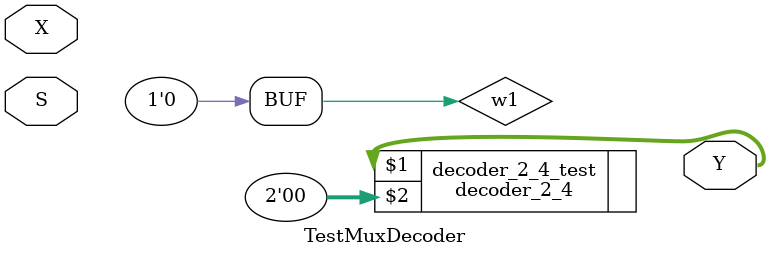
<source format=v>
`timescale 1ns / 1ns
module TestMuxDecoder(
	output [3:0] Y,
	input [3:0] X,
	input [1:0] S
);

wire w0,w1;

mux_4_1 mux_4_1_test(w0, X, S);
and(w1,w0,1'b0);
decoder_2_4 decoder_2_4_test(Y, {w1,1'b0});

endmodule

</source>
